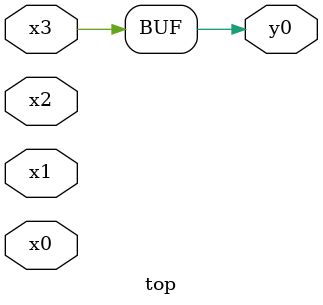
<source format=v>
module top( x0 , x1 , x2 , x3 , y0 );
  input x0 , x1 , x2 , x3 ;
  output y0 ;
  assign y0 = x3 ;
endmodule

</source>
